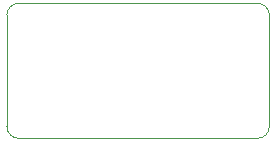
<source format=gbr>
%TF.GenerationSoftware,KiCad,Pcbnew,9.0.7*%
%TF.CreationDate,2026-02-05T00:19:01+08:00*%
%TF.ProjectId,usb_led,7573625f-6c65-4642-9e6b-696361645f70,v1.0.0*%
%TF.SameCoordinates,Original*%
%TF.FileFunction,Profile,NP*%
%FSLAX46Y46*%
G04 Gerber Fmt 4.6, Leading zero omitted, Abs format (unit mm)*
G04 Created by KiCad (PCBNEW 9.0.7) date 2026-02-05 00:19:01*
%MOMM*%
%LPD*%
G01*
G04 APERTURE LIST*
%TA.AperFunction,Profile*%
%ADD10C,0.050000*%
%TD*%
G04 APERTURE END LIST*
D10*
X22225000Y10430000D02*
X22225000Y1000000D01*
X1000000Y11430000D02*
X21225000Y11430000D01*
X21225000Y0D02*
X1000000Y0D01*
X21225000Y11430000D02*
G75*
G02*
X22225000Y10430000I0J-1000000D01*
G01*
X1000000Y0D02*
G75*
G02*
X0Y1000000I0J1000000D01*
G01*
X0Y10430000D02*
G75*
G02*
X1000000Y11430000I1000000J0D01*
G01*
X22225000Y1000000D02*
G75*
G02*
X21225000Y0I-1000000J0D01*
G01*
X0Y1000000D02*
X0Y10430000D01*
M02*

</source>
